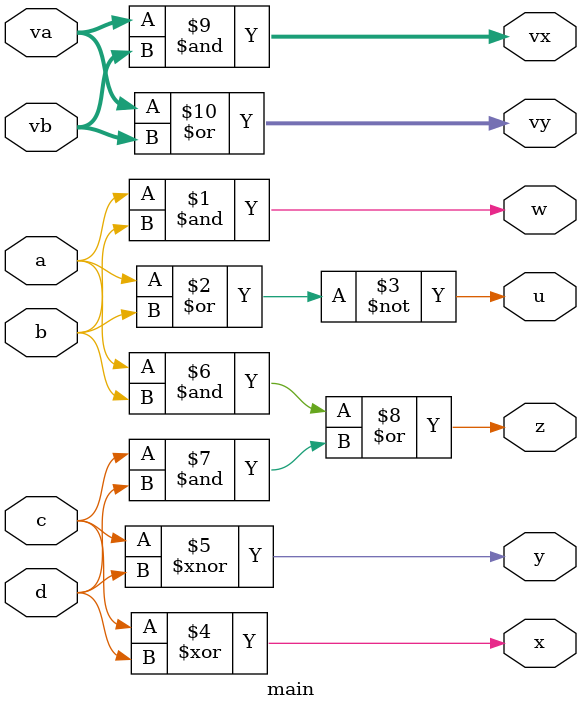
<source format=v>
module main(
    input a, b, c, d,
    input [3:0] va, vb,
    output w, u, x, y, z,
    output [3:0] vx, vy
);
    assign w = a&b;
    assign u = ~(a|b);
    assign x = c^d;
    assign y = c~^d;
    assign z = (a&b) | (c&d);
    assign vx = va&vb;
    assign vy = va|vb;
endmodule
</source>
